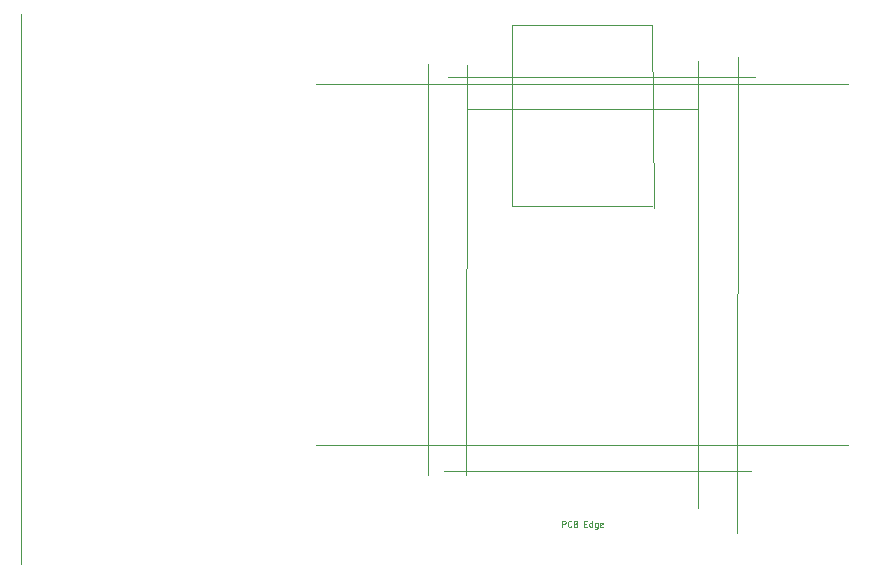
<source format=gbr>
%TF.GenerationSoftware,KiCad,Pcbnew,5.1.5+dfsg1-2~bpo10+1*%
%TF.CreationDate,Date%
%TF.ProjectId,osw,6f73772e-6b69-4636-9164-5f7063625858,3.0*%
%TF.SameCoordinates,Original*%
%TF.FileFunction,OtherDrawing,Comment*%
%FSLAX46Y46*%
G04 Gerber Fmt 4.6, Leading zero omitted, Abs format (unit mm)*
G04 Created by KiCad*
%MOMM*%
%LPD*%
G04 APERTURE LIST*
%ADD10C,0.120000*%
%ADD11C,0.050000*%
%ADD12C,0.100000*%
G04 APERTURE END LIST*
D10*
X112522000Y-134518400D02*
X112522000Y-87985600D01*
X160020000Y-96012000D02*
X169799000Y-96012000D01*
X150241000Y-96012000D02*
X160020000Y-96012000D01*
X148615400Y-93294200D02*
X174599600Y-93294200D01*
X148297900Y-126682500D02*
X174307500Y-126720600D01*
X169799000Y-92011500D02*
X169799000Y-129794000D01*
X173151800Y-91655900D02*
X173101000Y-131940300D01*
X146913600Y-92252800D02*
X146913600Y-127000000D01*
X150228300Y-92303600D02*
X150177500Y-127000000D01*
D11*
X137500000Y-93900000D02*
X182500000Y-93900000D01*
X182500000Y-124500000D02*
X137500000Y-124500000D01*
D12*
%TO.C,U8*%
X154050000Y-88900000D02*
X165950000Y-88900000D01*
X154050000Y-104250000D02*
X154050000Y-88900000D01*
X154050000Y-104250000D02*
X165950000Y-104250000D01*
X166045200Y-104378000D02*
X165950000Y-88900000D01*
%TD*%
%TO.C,U5*%
X158305714Y-131413690D02*
X158305714Y-130913690D01*
X158496190Y-130913690D01*
X158543809Y-130937500D01*
X158567619Y-130961309D01*
X158591428Y-131008928D01*
X158591428Y-131080357D01*
X158567619Y-131127976D01*
X158543809Y-131151785D01*
X158496190Y-131175595D01*
X158305714Y-131175595D01*
X159091428Y-131366071D02*
X159067619Y-131389880D01*
X158996190Y-131413690D01*
X158948571Y-131413690D01*
X158877142Y-131389880D01*
X158829523Y-131342261D01*
X158805714Y-131294642D01*
X158781904Y-131199404D01*
X158781904Y-131127976D01*
X158805714Y-131032738D01*
X158829523Y-130985119D01*
X158877142Y-130937500D01*
X158948571Y-130913690D01*
X158996190Y-130913690D01*
X159067619Y-130937500D01*
X159091428Y-130961309D01*
X159472380Y-131151785D02*
X159543809Y-131175595D01*
X159567619Y-131199404D01*
X159591428Y-131247023D01*
X159591428Y-131318452D01*
X159567619Y-131366071D01*
X159543809Y-131389880D01*
X159496190Y-131413690D01*
X159305714Y-131413690D01*
X159305714Y-130913690D01*
X159472380Y-130913690D01*
X159520000Y-130937500D01*
X159543809Y-130961309D01*
X159567619Y-131008928D01*
X159567619Y-131056547D01*
X159543809Y-131104166D01*
X159520000Y-131127976D01*
X159472380Y-131151785D01*
X159305714Y-131151785D01*
X160186666Y-131151785D02*
X160353333Y-131151785D01*
X160424761Y-131413690D02*
X160186666Y-131413690D01*
X160186666Y-130913690D01*
X160424761Y-130913690D01*
X160853333Y-131413690D02*
X160853333Y-130913690D01*
X160853333Y-131389880D02*
X160805714Y-131413690D01*
X160710476Y-131413690D01*
X160662857Y-131389880D01*
X160639047Y-131366071D01*
X160615238Y-131318452D01*
X160615238Y-131175595D01*
X160639047Y-131127976D01*
X160662857Y-131104166D01*
X160710476Y-131080357D01*
X160805714Y-131080357D01*
X160853333Y-131104166D01*
X161305714Y-131080357D02*
X161305714Y-131485119D01*
X161281904Y-131532738D01*
X161258095Y-131556547D01*
X161210476Y-131580357D01*
X161139047Y-131580357D01*
X161091428Y-131556547D01*
X161305714Y-131389880D02*
X161258095Y-131413690D01*
X161162857Y-131413690D01*
X161115238Y-131389880D01*
X161091428Y-131366071D01*
X161067619Y-131318452D01*
X161067619Y-131175595D01*
X161091428Y-131127976D01*
X161115238Y-131104166D01*
X161162857Y-131080357D01*
X161258095Y-131080357D01*
X161305714Y-131104166D01*
X161734285Y-131389880D02*
X161686666Y-131413690D01*
X161591428Y-131413690D01*
X161543809Y-131389880D01*
X161520000Y-131342261D01*
X161520000Y-131151785D01*
X161543809Y-131104166D01*
X161591428Y-131080357D01*
X161686666Y-131080357D01*
X161734285Y-131104166D01*
X161758095Y-131151785D01*
X161758095Y-131199404D01*
X161520000Y-131247023D01*
%TD*%
M02*

</source>
